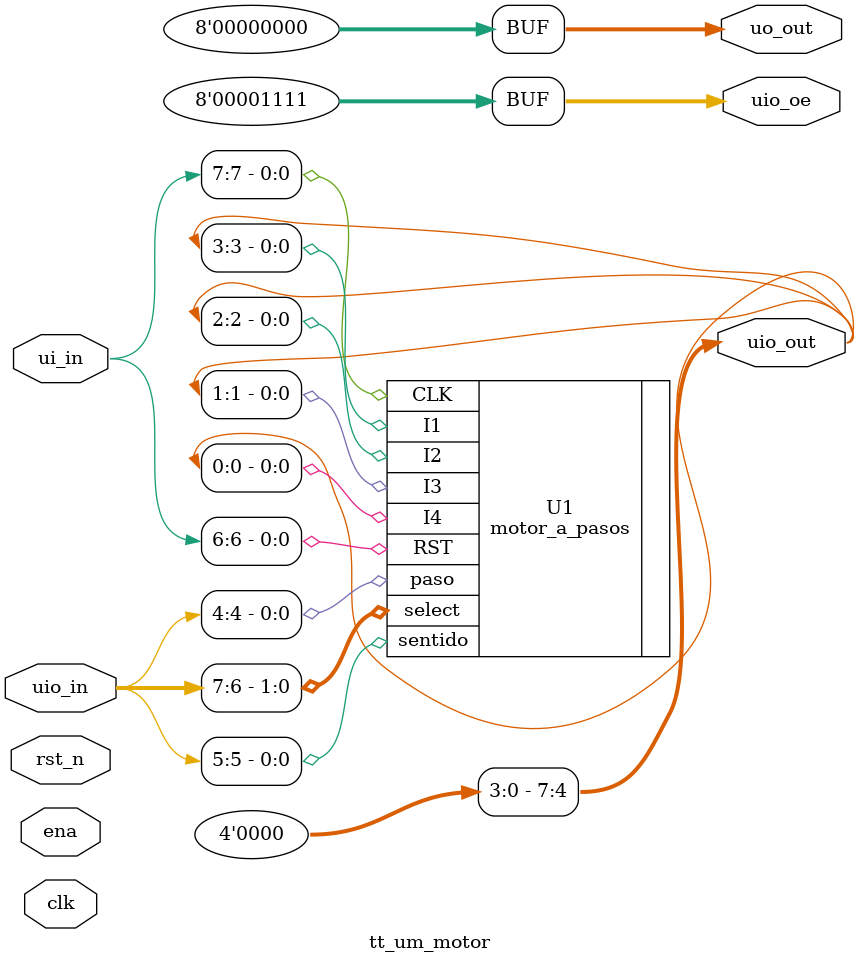
<source format=v>
/*
 * Copyright (c) 2024 Your Name
 * SPDX-License-Identifier: Apache-2.0
 */

`define default_netname none

module tt_um_motor (
    input  wire [7:0] ui_in,    // Dedicated inputs
    output wire [7:0] uo_out,   // Dedicated outputs
    input  wire [7:0] uio_in,   // IOs: Input path
    output wire [7:0] uio_out,  // IOs: Output path
    output wire [7:0] uio_oe,   // IOs: Enable path (active high: 0=input, 1=output)
    input  wire       ena,      // will go high when the design is enabled
    input  wire       clk,      // clock
    input  wire       rst_n     // reset_n - low to reset
);

  // All output pins must be assigned. If not used, assign to 0.
    motor_a_pasos U1 (.CLK(ui_in[7]), .RST(ui_in[6]), .select(uio_in[7:6]), .sentido(uio_in[5]), .paso(uio_in[4]), .I1(uio_out[3]), .I2(uio_out[2]),
                      .I3(uio_out[1]), .I4(uio_out[0]));
    assign uio_oe = 8'b00001111;
    assign uio_out[7:4] = 4'b0000;
    assign uo_out[7:0] = 8'b00000000;
endmodule 
    

</source>
